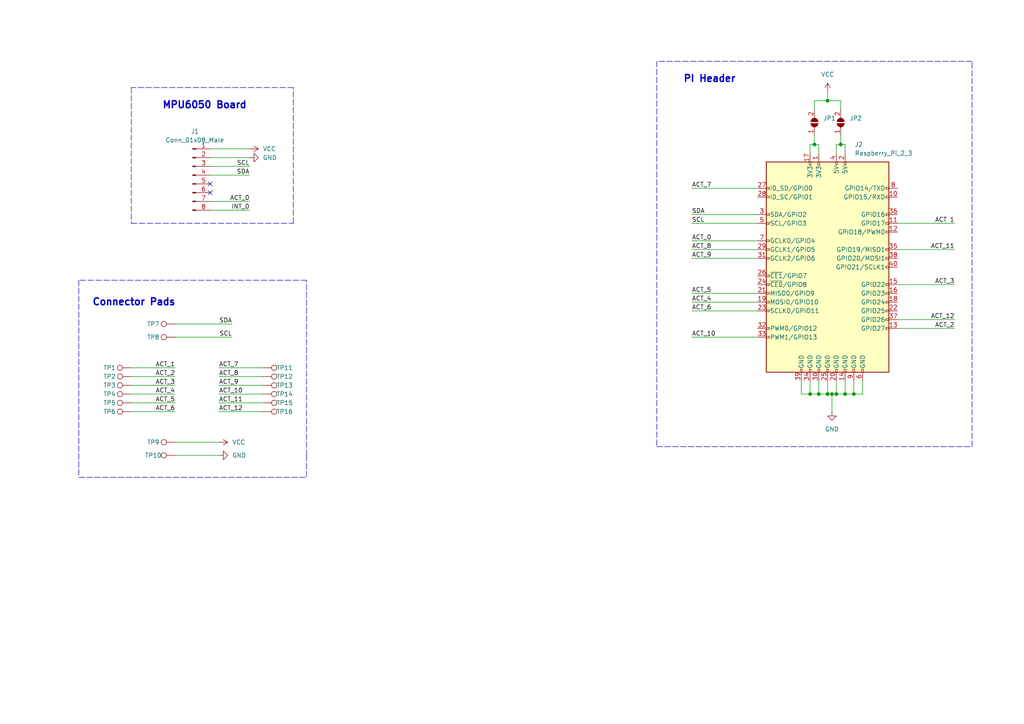
<source format=kicad_sch>
(kicad_sch (version 20211123) (generator eeschema)
  (paper "A4")
  (lib_symbols
    (symbol "Connector:Conn_01x08_Male" (pin_names (offset 1.016) hide)
      (property "Reference" "J" (at 0 10.16 0))
      (property "Value" "Conn_01x08_Male" (at 0 -12.7 0))
      (symbol "Conn_01x08_Male_1_1"
        (polyline (pts (xy 1.27 -10.16) (xy 0.8636 -10.16)) (stroke (width 0.1524)))
        (polyline (pts (xy 1.27 -7.62) (xy 0.8636 -7.62)) (stroke (width 0.1524)))
        (polyline (pts (xy 1.27 -5.08) (xy 0.8636 -5.08)) (stroke (width 0.1524)))
        (polyline (pts (xy 1.27 -2.54) (xy 0.8636 -2.54)) (stroke (width 0.1524)))
        (polyline (pts (xy 1.27 0) (xy 0.8636 0)) (stroke (width 0.1524)))
        (polyline (pts (xy 1.27 2.54) (xy 0.8636 2.54)) (stroke (width 0.1524)))
        (polyline (pts (xy 1.27 5.08) (xy 0.8636 5.08)) (stroke (width 0.1524)))
        (polyline (pts (xy 1.27 7.62) (xy 0.8636 7.62)) (stroke (width 0.1524)))
        (rectangle (start 0.8636 -10.033) (end 0 -10.287) (stroke (width 0.1524)) (fill (type outline)))
        (rectangle (start 0.8636 -7.493) (end 0 -7.747) (stroke (width 0.1524)) (fill (type outline)))
        (rectangle (start 0.8636 -4.953) (end 0 -5.207) (stroke (width 0.1524)) (fill (type outline)))
        (rectangle (start 0.8636 -2.413) (end 0 -2.667) (stroke (width 0.1524)) (fill (type outline)))
        (rectangle (start 0.8636 0.127) (end 0 -0.127) (stroke (width 0.1524)) (fill (type outline)))
        (rectangle (start 0.8636 2.667) (end 0 2.413) (stroke (width 0.1524)) (fill (type outline)))
        (rectangle (start 0.8636 5.207) (end 0 4.953) (stroke (width 0.1524)) (fill (type outline)))
        (rectangle (start 0.8636 7.747) (end 0 7.493) (stroke (width 0.1524)) (fill (type outline)))
        (pin passive line (at 5.08 7.62 180) (length 3.81) (name "Pin_1") (number "1"))
        (pin passive line (at 5.08 5.08 180) (length 3.81) (name "Pin_2") (number "2"))
        (pin passive line (at 5.08 2.54 180) (length 3.81) (name "Pin_3") (number "3"))
        (pin passive line (at 5.08 0 180) (length 3.81) (name "Pin_4") (number "4"))
        (pin passive line (at 5.08 -2.54 180) (length 3.81) (name "Pin_5") (number "5"))
        (pin passive line (at 5.08 -5.08 180) (length 3.81) (name "Pin_6") (number "6"))
        (pin passive line (at 5.08 -7.62 180) (length 3.81) (name "Pin_7") (number "7"))
        (pin passive line (at 5.08 -10.16 180) (length 3.81) (name "Pin_8") (number "8"))
      )
    )
    (symbol "Connector:Raspberry_Pi_2_3" (pin_names (offset 1.016))
      (property "Reference" "J" (at -17.78 31.75 0))
      (property "Value" "Raspberry_Pi_2_3" (at 10.16 -31.75 0))
      (symbol "Raspberry_Pi_2_3_0_1"
        (rectangle (start -17.78 30.48) (end 17.78 -30.48) (stroke (width 0.254)) (fill (type background)))
      )
      (symbol "Raspberry_Pi_2_3_1_1"
        (rectangle (start -16.891 -17.526) (end -17.78 -18.034))
        (rectangle (start -16.891 -14.986) (end -17.78 -15.494))
        (rectangle (start -16.891 -12.446) (end -17.78 -12.954))
        (rectangle (start -16.891 -9.906) (end -17.78 -10.414))
        (rectangle (start -16.891 -7.366) (end -17.78 -7.874))
        (rectangle (start -16.891 -4.826) (end -17.78 -5.334))
        (rectangle (start -16.891 0.254) (end -17.78 -0.254))
        (rectangle (start -16.891 2.794) (end -17.78 2.286))
        (rectangle (start -16.891 5.334) (end -17.78 4.826))
        (rectangle (start -16.891 10.414) (end -17.78 9.906))
        (rectangle (start -16.891 12.954) (end -17.78 12.446))
        (rectangle (start -16.891 15.494) (end -17.78 14.986))
        (rectangle (start -16.891 20.574) (end -17.78 20.066))
        (rectangle (start -16.891 23.114) (end -17.78 22.606))
        (rectangle (start -10.414 -29.591) (end -9.906 -30.48))
        (rectangle (start -7.874 -29.591) (end -7.366 -30.48))
        (rectangle (start -5.334 -29.591) (end -4.826 -30.48))
        (rectangle (start -5.334 30.48) (end -4.826 29.591))
        (rectangle (start -2.794 -29.591) (end -2.286 -30.48))
        (rectangle (start -2.794 30.48) (end -2.286 29.591))
        (rectangle (start -0.254 -29.591) (end 0.254 -30.48))
        (rectangle (start 2.286 -29.591) (end 2.794 -30.48))
        (rectangle (start 2.286 30.48) (end 2.794 29.591))
        (rectangle (start 4.826 -29.591) (end 5.334 -30.48))
        (rectangle (start 4.826 30.48) (end 5.334 29.591))
        (rectangle (start 7.366 -29.591) (end 7.874 -30.48))
        (rectangle (start 17.78 -20.066) (end 16.891 -20.574))
        (rectangle (start 17.78 -17.526) (end 16.891 -18.034))
        (rectangle (start 17.78 -12.446) (end 16.891 -12.954))
        (rectangle (start 17.78 -9.906) (end 16.891 -10.414))
        (rectangle (start 17.78 -7.366) (end 16.891 -7.874))
        (rectangle (start 17.78 -4.826) (end 16.891 -5.334))
        (rectangle (start 17.78 -2.286) (end 16.891 -2.794))
        (rectangle (start 17.78 2.794) (end 16.891 2.286))
        (rectangle (start 17.78 5.334) (end 16.891 4.826))
        (rectangle (start 17.78 7.874) (end 16.891 7.366))
        (rectangle (start 17.78 12.954) (end 16.891 12.446))
        (rectangle (start 17.78 15.494) (end 16.891 14.986))
        (rectangle (start 17.78 20.574) (end 16.891 20.066))
        (rectangle (start 17.78 23.114) (end 16.891 22.606))
        (pin power_in line (at 2.54 33.02 270) (length 2.54) (name "3V3") (number "1"))
        (pin bidirectional line (at -20.32 20.32 0) (length 2.54) (name "GPIO15/RXD") (number "10"))
        (pin bidirectional line (at -20.32 12.7 0) (length 2.54) (name "GPIO17") (number "11"))
        (pin bidirectional line (at -20.32 10.16 0) (length 2.54) (name "GPIO18/PWM0") (number "12"))
        (pin bidirectional line (at -20.32 -17.78 0) (length 2.54) (name "GPIO27") (number "13"))
        (pin power_in line (at -5.08 -33.02 90) (length 2.54) (name "GND") (number "14"))
        (pin bidirectional line (at -20.32 -5.08 0) (length 2.54) (name "GPIO22") (number "15"))
        (pin bidirectional line (at -20.32 -7.62 0) (length 2.54) (name "GPIO23") (number "16"))
        (pin power_in line (at 5.08 33.02 270) (length 2.54) (name "3V3") (number "17"))
        (pin bidirectional line (at -20.32 -10.16 0) (length 2.54) (name "GPIO24") (number "18"))
        (pin bidirectional line (at 20.32 -10.16 180) (length 2.54) (name "MOSI0/GPIO10") (number "19"))
        (pin power_in line (at -5.08 33.02 270) (length 2.54) (name "5V") (number "2"))
        (pin power_in line (at -2.54 -33.02 90) (length 2.54) (name "GND") (number "20"))
        (pin bidirectional line (at 20.32 -7.62 180) (length 2.54) (name "MISO0/GPIO9") (number "21"))
        (pin bidirectional line (at -20.32 -12.7 0) (length 2.54) (name "GPIO25") (number "22"))
        (pin bidirectional line (at 20.32 -12.7 180) (length 2.54) (name "SCLK0/GPIO11") (number "23"))
        (pin bidirectional line (at 20.32 -5.08 180) (length 2.54) (name "~{CE0}/GPIO8") (number "24"))
        (pin power_in line (at 0 -33.02 90) (length 2.54) (name "GND") (number "25"))
        (pin bidirectional line (at 20.32 -2.54 180) (length 2.54) (name "~{CE1}/GPIO7") (number "26"))
        (pin bidirectional line (at 20.32 22.86 180) (length 2.54) (name "ID_SD/GPIO0") (number "27"))
        (pin bidirectional line (at 20.32 20.32 180) (length 2.54) (name "ID_SC/GPIO1") (number "28"))
        (pin bidirectional line (at 20.32 5.08 180) (length 2.54) (name "GCLK1/GPIO5") (number "29"))
        (pin bidirectional line (at 20.32 15.24 180) (length 2.54) (name "SDA/GPIO2") (number "3"))
        (pin power_in line (at 2.54 -33.02 90) (length 2.54) (name "GND") (number "30"))
        (pin bidirectional line (at 20.32 2.54 180) (length 2.54) (name "GCLK2/GPIO6") (number "31"))
        (pin bidirectional line (at 20.32 -17.78 180) (length 2.54) (name "PWM0/GPIO12") (number "32"))
        (pin bidirectional line (at 20.32 -20.32 180) (length 2.54) (name "PWM1/GPIO13") (number "33"))
        (pin power_in line (at 5.08 -33.02 90) (length 2.54) (name "GND") (number "34"))
        (pin bidirectional line (at -20.32 5.08 0) (length 2.54) (name "GPIO19/MISO1") (number "35"))
        (pin bidirectional line (at -20.32 15.24 0) (length 2.54) (name "GPIO16") (number "36"))
        (pin bidirectional line (at -20.32 -15.24 0) (length 2.54) (name "GPIO26") (number "37"))
        (pin bidirectional line (at -20.32 2.54 0) (length 2.54) (name "GPIO20/MOSI1") (number "38"))
        (pin power_in line (at 7.62 -33.02 90) (length 2.54) (name "GND") (number "39"))
        (pin power_in line (at -2.54 33.02 270) (length 2.54) (name "5V") (number "4"))
        (pin bidirectional line (at -20.32 0 0) (length 2.54) (name "GPIO21/SCLK1") (number "40"))
        (pin bidirectional line (at 20.32 12.7 180) (length 2.54) (name "SCL/GPIO3") (number "5"))
        (pin power_in line (at -10.16 -33.02 90) (length 2.54) (name "GND") (number "6"))
        (pin bidirectional line (at 20.32 7.62 180) (length 2.54) (name "GCLK0/GPIO4") (number "7"))
        (pin bidirectional line (at -20.32 22.86 0) (length 2.54) (name "GPIO14/TXD") (number "8"))
        (pin power_in line (at -7.62 -33.02 90) (length 2.54) (name "GND") (number "9"))
      )
    )
    (symbol "Connector:TestPoint" (pin_numbers hide) (pin_names (offset 0.762) hide)
      (property "Reference" "TP" (at 0 6.858 0))
      (property "Value" "TestPoint" (at 0 5.08 0))
      (symbol "TestPoint_0_1"
        (circle (center 0 3.302) (radius 0.762))
      )
      (symbol "TestPoint_1_1"
        (pin passive line (at 0 0 90) (length 2.54) (name "1") (number "1"))
      )
    )
    (symbol "Jumper:SolderJumper_2_Open" (pin_names (offset 0) hide)
      (property "Reference" "JP" (at 0 2.032 0))
      (property "Value" "SolderJumper_2_Open" (at 0 -2.54 0))
      (symbol "SolderJumper_2_Open_0_1"
        (arc (start -0.254 1.016) (mid -1.27 0) (end -0.254 -1.016))
        (arc (start -0.254 1.016) (mid -1.27 0) (end -0.254 -1.016) (fill (type outline)))
        (polyline (pts (xy -0.254 1.016) (xy -0.254 -1.016)))
        (polyline (pts (xy 0.254 1.016) (xy 0.254 -1.016)))
        (arc (start 0.254 -1.016) (mid 1.27 0) (end 0.254 1.016))
        (arc (start 0.254 -1.016) (mid 1.27 0) (end 0.254 1.016) (fill (type outline)))
      )
      (symbol "SolderJumper_2_Open_1_1"
        (pin passive line (at -3.81 0 0) (length 2.54) (name "A") (number "1"))
        (pin passive line (at 3.81 0 180) (length 2.54) (name "B") (number "2"))
      )
    )
    (symbol "power:GND" (power) (pin_names (offset 0))
      (property "Value" "GND" (at 0 -3.81 0))
      (symbol "GND_0_1"
        (polyline (pts (xy 0 0) (xy 0 -1.27) (xy 1.27 -1.27) (xy 0 -2.54) (xy -1.27 -1.27) (xy 0 -1.27)))
      )
      (symbol "GND_1_1"
        (pin power_in line (at 0 0 270) (length 0) hide (name "GND") (number "1"))
      )
    )
    (symbol "power:VCC" (power) (pin_names (offset 0))
      (property "Value" "VCC" (at 0 3.81 0))
      (symbol "VCC_0_1"
        (polyline (pts (xy -0.762 1.27) (xy 0 2.54)))
        (polyline (pts (xy 0 0) (xy 0 2.54)))
        (polyline (pts (xy 0 2.54) (xy 0.762 1.27)))
      )
      (symbol "VCC_1_1"
        (pin power_in line (at 0 0 90) (length 0) hide (name "VCC") (number "1"))
      )
    )
  )
  (junction (at 237.49 114.3))
  (junction (at 241.3 114.3))
  (junction (at 245.11 114.3))
  (junction (at 247.65 114.3))
  (junction (at 243.84 41.91))
  (junction (at 236.22 41.91))
  (junction (at 242.57 114.3))
  (junction (at 240.03 29.21))
  (junction (at 240.03 114.3))
  (junction (at 234.95 114.3))
  (no_connect (at 60.96 53.34))
  (no_connect (at 60.96 55.88))
  (wire (pts (xy 38.1 106.68) (xy 50.8 106.68)))
  (wire (pts (xy 63.5 109.22) (xy 76.2 109.22)))
  (wire (pts (xy 234.95 110.49) (xy 234.95 114.3)))
  (wire (pts (xy 236.22 41.91) (xy 234.95 41.91)))
  (polyline (pts (xy 85.09 64.77) (xy 85.09 25.4)))
  (wire (pts (xy 237.49 41.91) (xy 236.22 41.91)))
  (wire (pts (xy 243.84 31.75) (xy 243.84 29.21)))
  (polyline (pts (xy 22.86 81.28) (xy 22.86 138.43)))
  (wire (pts (xy 243.84 29.21) (xy 240.03 29.21)))
  (wire (pts (xy 60.96 50.8) (xy 72.39 50.8)))
  (wire (pts (xy 232.41 114.3) (xy 234.95 114.3)))
  (wire (pts (xy 237.49 44.45) (xy 237.49 41.91)))
  (wire (pts (xy 38.1 119.38) (xy 50.8 119.38)))
  (wire (pts (xy 60.96 45.72) (xy 72.39 45.72)))
  (wire (pts (xy 241.3 114.3) (xy 242.57 114.3)))
  (polyline (pts (xy 281.94 17.78) (xy 190.5 17.78)))
  (wire (pts (xy 234.95 41.91) (xy 234.95 44.45)))
  (wire (pts (xy 200.66 90.17) (xy 219.71 90.17)))
  (polyline (pts (xy 88.9 81.28) (xy 22.86 81.28)))
  (wire (pts (xy 63.5 106.68) (xy 76.2 106.68)))
  (wire (pts (xy 242.57 110.49) (xy 242.57 114.3)))
  (wire (pts (xy 260.35 95.25) (xy 276.86 95.25)))
  (polyline (pts (xy 88.9 132.08) (xy 88.9 138.43)))
  (wire (pts (xy 63.5 119.38) (xy 76.2 119.38)))
  (wire (pts (xy 60.96 60.96) (xy 72.39 60.96)))
  (wire (pts (xy 242.57 114.3) (xy 245.11 114.3)))
  (wire (pts (xy 200.66 74.93) (xy 219.71 74.93)))
  (wire (pts (xy 200.66 62.23) (xy 219.71 62.23)))
  (wire (pts (xy 250.19 110.49) (xy 250.19 114.3)))
  (wire (pts (xy 245.11 110.49) (xy 245.11 114.3)))
  (wire (pts (xy 50.8 128.27) (xy 63.5 128.27)))
  (wire (pts (xy 241.3 114.3) (xy 241.3 119.38)))
  (wire (pts (xy 200.66 69.85) (xy 219.71 69.85)))
  (polyline (pts (xy 85.09 25.4) (xy 38.1 25.4)))
  (wire (pts (xy 236.22 39.37) (xy 236.22 41.91)))
  (wire (pts (xy 63.5 111.76) (xy 76.2 111.76)))
  (wire (pts (xy 60.96 48.26) (xy 72.39 48.26)))
  (wire (pts (xy 245.11 41.91) (xy 243.84 41.91)))
  (polyline (pts (xy 190.5 129.54) (xy 281.94 129.54)))
  (wire (pts (xy 60.96 58.42) (xy 72.39 58.42)))
  (wire (pts (xy 38.1 111.76) (xy 50.8 111.76)))
  (wire (pts (xy 260.35 72.39) (xy 276.86 72.39)))
  (polyline (pts (xy 38.1 64.77) (xy 85.09 64.77)))
  (wire (pts (xy 63.5 116.84) (xy 76.2 116.84)))
  (wire (pts (xy 234.95 114.3) (xy 237.49 114.3)))
  (wire (pts (xy 237.49 114.3) (xy 240.03 114.3)))
  (wire (pts (xy 38.1 109.22) (xy 50.8 109.22)))
  (wire (pts (xy 200.66 72.39) (xy 219.71 72.39)))
  (wire (pts (xy 236.22 29.21) (xy 236.22 31.75)))
  (wire (pts (xy 60.96 43.18) (xy 72.39 43.18)))
  (wire (pts (xy 232.41 110.49) (xy 232.41 114.3)))
  (polyline (pts (xy 22.86 138.43) (xy 88.9 138.43)))
  (wire (pts (xy 50.8 97.79) (xy 67.31 97.79)))
  (wire (pts (xy 260.35 82.55) (xy 276.86 82.55)))
  (wire (pts (xy 50.8 132.08) (xy 63.5 132.08)))
  (wire (pts (xy 245.11 44.45) (xy 245.11 41.91)))
  (wire (pts (xy 200.66 64.77) (xy 219.71 64.77)))
  (wire (pts (xy 240.03 26.67) (xy 240.03 29.21)))
  (wire (pts (xy 260.35 92.71) (xy 276.86 92.71)))
  (wire (pts (xy 240.03 110.49) (xy 240.03 114.3)))
  (wire (pts (xy 200.66 97.79) (xy 219.71 97.79)))
  (wire (pts (xy 200.66 85.09) (xy 219.71 85.09)))
  (wire (pts (xy 63.5 114.3) (xy 76.2 114.3)))
  (wire (pts (xy 50.8 93.98) (xy 67.31 93.98)))
  (wire (pts (xy 247.65 114.3) (xy 250.19 114.3)))
  (wire (pts (xy 247.65 110.49) (xy 247.65 114.3)))
  (wire (pts (xy 245.11 114.3) (xy 247.65 114.3)))
  (wire (pts (xy 200.66 54.61) (xy 219.71 54.61)))
  (polyline (pts (xy 190.5 17.78) (xy 190.5 129.54)))
  (wire (pts (xy 243.84 41.91) (xy 242.57 41.91)))
  (polyline (pts (xy 88.9 132.08) (xy 88.9 81.28)))
  (wire (pts (xy 38.1 116.84) (xy 50.8 116.84)))
  (wire (pts (xy 240.03 114.3) (xy 241.3 114.3)))
  (wire (pts (xy 242.57 41.91) (xy 242.57 44.45)))
  (polyline (pts (xy 38.1 25.4) (xy 38.1 64.77)))
  (wire (pts (xy 243.84 39.37) (xy 243.84 41.91)))
  (wire (pts (xy 240.03 29.21) (xy 236.22 29.21)))
  (wire (pts (xy 200.66 87.63) (xy 219.71 87.63)))
  (wire (pts (xy 237.49 110.49) (xy 237.49 114.3)))
  (wire (pts (xy 260.35 64.77) (xy 276.86 64.77)))
  (wire (pts (xy 38.1 114.3) (xy 50.8 114.3)))
  (polyline (pts (xy 281.94 129.54) (xy 281.94 17.78)))
  (text "MPU6050 Board" (at 46.99 31.75 0) (effects (font (size 2 2) (thickness 0.4) bold) (justify left bottom)))
  (text "Connector Pads" (at 26.67 88.9 0) (effects (font (size 2 2) (thickness 0.4) bold) (justify left bottom)))
  (text "PI Header" (at 198.12 24.13 0) (effects (font (size 2 2) (thickness 0.4) bold) (justify left bottom)))
  (label "ACT_12" (at 63.5 119.38 0))
  (label "ACT_7" (at 200.66 54.61 0))
  (label "ACT_6" (at 200.66 90.17 0))
  (label "SDA" (at 200.66 62.23 0))
  (label "ACT_9" (at 63.5 111.76 0))
  (label "ACT_6" (at 50.8 119.38 180))
  (label "ACT_2" (at 276.86 95.25 180))
  (label "ACT_5" (at 50.8 116.84 180))
  (label "ACT_8" (at 200.66 72.39 0))
  (label "ACT_4" (at 200.66 87.63 0))
  (label "ACT_3" (at 276.86 82.55 180))
  (label "ACT_1" (at 50.8 106.68 180))
  (label "ACT_7" (at 63.5 106.68 0))
  (label "ACT_9" (at 200.66 74.93 0))
  (label "ACT_8" (at 63.5 109.22 0))
  (label "SCL" (at 200.66 64.77 0))
  (label "ACT_5" (at 200.66 85.09 0))
  (label "ACT_3" (at 50.8 111.76 180))
  (label "ACT_11" (at 63.5 116.84 0))
  (label "ACT_10" (at 200.66 97.79 0))
  (label "ACT_10" (at 63.5 114.3 0))
  (label "ACT 1" (at 276.86 64.77 180))
  (label "SCL" (at 67.31 97.79 180))
  (label "ACT_11" (at 276.86 72.39 180))
  (label "ACT_12" (at 276.86 92.71 180))
  (label "SDA" (at 67.31 93.98 180))
  (label "ACT_0" (at 200.66 69.85 0))
  (label "ACT_0" (at 72.39 58.42 180))
  (label "SCL" (at 72.39 48.26 180))
  (label "ACT_4" (at 50.8 114.3 180))
  (label "INT_0" (at 72.39 60.96 180))
  (label "ACT_2" (at 50.8 109.22 180))
  (label "SDA" (at 72.39 50.8 180))
  (symbol (lib_id "Jumper:SolderJumper_2_Open") (at 243.84 35.56 90) (unit 1)
    (property "Reference" "JP2" (at 246.38 34.2899 90) (effects (justify right)))
    (property "Value" "SolderJumper_2_Open" (effects hide))
    (property "Footprint" "Jumper:SolderJumper-2_P1.3mm_Open_TrianglePad1.0x1.5mm" (effects hide))
  )
  (symbol (lib_id "Connector:TestPoint") (at 38.1 119.38 90) (unit 1)
    (property "Reference" "TP6" (at 31.75 119.38 90))
    (property "Value" "TestPoint" (effects hide))
    (property "Footprint" "Connector_Wire:SolderWirePad_1x01_SMD_1x2mm" (effects hide))
  )
  (symbol (lib_id "power:GND") (at 63.5 132.08 90) (unit 1)
    (property "Reference" "#PWR02" (effects hide))
    (property "Value" "GND" (at 67.31 132.0799 90) (effects (justify right)))
  )
  (symbol (lib_id "Connector:TestPoint") (at 76.2 111.76 270) (mirror x) (unit 1)
    (property "Reference" "TP13" (at 82.55 111.76 90))
    (property "Value" "TestPoint" (effects hide))
    (property "Footprint" "Connector_Wire:SolderWirePad_1x01_SMD_1x2mm" (effects hide))
  )
  (symbol (lib_id "Connector:Conn_01x08_Male") (at 55.88 50.8 0) (unit 1)
    (property "Reference" "J1" (at 56.515 38.1 0))
    (property "Value" "Conn_01x08_Male" (at 56.515 40.64 0))
    (property "Footprint" "Connector_PinSocket_2.54mm:PinSocket_1x08_P2.54mm_Vertical" (effects hide))
  )
  (symbol (lib_id "Connector:TestPoint") (at 38.1 111.76 90) (unit 1)
    (property "Reference" "TP3" (at 31.75 111.76 90))
    (property "Value" "TestPoint" (effects hide))
    (property "Footprint" "Connector_Wire:SolderWirePad_1x01_SMD_1x2mm" (effects hide))
  )
  (symbol (lib_id "Jumper:SolderJumper_2_Open") (at 236.22 35.56 90) (unit 1)
    (property "Reference" "JP1" (at 238.76 34.2899 90) (effects (justify right)))
    (property "Value" "SolderJumper_2_Open" (effects hide))
    (property "Footprint" "Jumper:SolderJumper-2_P1.3mm_Open_TrianglePad1.0x1.5mm" (effects hide))
  )
  (symbol (lib_id "Connector:TestPoint") (at 38.1 114.3 90) (unit 1)
    (property "Reference" "TP4" (at 31.75 114.3 90))
    (property "Value" "TestPoint" (effects hide))
    (property "Footprint" "Connector_Wire:SolderWirePad_1x01_SMD_1x2mm" (effects hide))
  )
  (symbol (lib_id "Connector:TestPoint") (at 38.1 116.84 90) (unit 1)
    (property "Reference" "TP5" (at 31.75 116.84 90))
    (property "Value" "TestPoint" (effects hide))
    (property "Footprint" "Connector_Wire:SolderWirePad_1x01_SMD_1x2mm" (effects hide))
  )
  (symbol (lib_id "Connector:TestPoint") (at 76.2 106.68 270) (mirror x) (unit 1)
    (property "Reference" "TP11" (at 82.55 106.68 90))
    (property "Value" "TestPoint" (effects hide))
    (property "Footprint" "Connector_Wire:SolderWirePad_1x01_SMD_1x2mm" (effects hide))
  )
  (symbol (lib_id "Connector:TestPoint") (at 50.8 97.79 90) (unit 1)
    (property "Reference" "TP8" (at 44.45 97.79 90))
    (property "Value" "TestPoint" (effects hide))
    (property "Footprint" "Connector_Wire:SolderWirePad_1x01_SMD_1x2mm" (effects hide))
  )
  (symbol (lib_id "power:GND") (at 72.39 45.72 90) (unit 1)
    (property "Reference" "#PWR04" (effects hide))
    (property "Value" "GND" (at 76.2 45.7199 90) (effects (justify right)))
  )
  (symbol (lib_id "Connector:TestPoint") (at 50.8 132.08 90) (unit 1)
    (property "Reference" "TP10" (at 44.45 132.08 90))
    (property "Value" "TestPoint" (effects hide))
    (property "Footprint" "Connector_Wire:SolderWirePad_1x01_SMD_1x2mm" (effects hide))
  )
  (symbol (lib_id "Connector:TestPoint") (at 76.2 119.38 270) (mirror x) (unit 1)
    (property "Reference" "TP16" (at 82.55 119.38 90))
    (property "Value" "TestPoint" (effects hide))
    (property "Footprint" "Connector_Wire:SolderWirePad_1x01_SMD_1x2mm" (effects hide))
  )
  (symbol (lib_id "Connector:TestPoint") (at 50.8 93.98 90) (unit 1)
    (property "Reference" "TP7" (at 44.45 93.98 90))
    (property "Value" "TestPoint" (effects hide))
    (property "Footprint" "Connector_Wire:SolderWirePad_1x01_SMD_1x2mm" (effects hide))
  )
  (symbol (lib_id "Connector:TestPoint") (at 76.2 109.22 270) (mirror x) (unit 1)
    (property "Reference" "TP12" (at 82.55 109.22 90))
    (property "Value" "TestPoint" (effects hide))
    (property "Footprint" "Connector_Wire:SolderWirePad_1x01_SMD_1x2mm" (effects hide))
  )
  (symbol (lib_id "Connector:TestPoint") (at 38.1 109.22 90) (unit 1)
    (property "Reference" "TP2" (at 31.75 109.22 90))
    (property "Value" "TestPoint" (effects hide))
    (property "Footprint" "Connector_Wire:SolderWirePad_1x01_SMD_1x2mm" (effects hide))
  )
  (symbol (lib_id "Connector:TestPoint") (at 76.2 114.3 270) (mirror x) (unit 1)
    (property "Reference" "TP14" (at 82.55 114.3 90))
    (property "Value" "TestPoint" (effects hide))
    (property "Footprint" "Connector_Wire:SolderWirePad_1x01_SMD_1x2mm" (effects hide))
  )
  (symbol (lib_id "Connector:TestPoint") (at 76.2 116.84 270) (mirror x) (unit 1)
    (property "Reference" "TP15" (at 82.55 116.84 90))
    (property "Value" "TestPoint" (effects hide))
    (property "Footprint" "Connector_Wire:SolderWirePad_1x01_SMD_1x2mm" (effects hide))
  )
  (symbol (lib_id "power:VCC") (at 240.03 26.67 0) (unit 1)
    (property "Reference" "#PWR05" (effects hide))
    (property "Value" "VCC" (at 240.03 21.59 0))
  )
  (symbol (lib_id "Connector:TestPoint") (at 50.8 128.27 90) (unit 1)
    (property "Reference" "TP9" (at 44.45 128.27 90))
    (property "Value" "TestPoint" (effects hide))
    (property "Footprint" "Connector_Wire:SolderWirePad_1x01_SMD_1x2mm" (effects hide))
  )
  (symbol (lib_id "power:VCC") (at 63.5 128.27 270) (unit 1)
    (property "Reference" "#PWR01" (effects hide))
    (property "Value" "VCC" (at 67.31 128.2699 90) (effects (justify left)))
  )
  (symbol (lib_id "power:VCC") (at 72.39 43.18 270) (unit 1)
    (property "Reference" "#PWR03" (effects hide))
    (property "Value" "VCC" (at 76.2 43.1799 90) (effects (justify left)))
  )
  (symbol (lib_id "Connector:Raspberry_Pi_2_3") (at 240.03 77.47 0) (mirror y) (unit 1)
    (property "Reference" "J2" (at 247.8787 41.91 0) (effects (justify right)))
    (property "Value" "Raspberry_Pi_2_3" (at 247.8787 44.45 0) (effects (justify right)))
    (property "Footprint" "Module:Raspberry_Pi_Zero_Socketed_THT_FaceDown_MountingHoles" (effects hide))
    (property "Datasheet" "https://www.raspberrypi.org/documentation/hardware/raspberrypi/schematics/rpi_SCH_3bplus_1p0_reduced.pdf" (effects hide))
  )
  (symbol (lib_id "Connector:TestPoint") (at 38.1 106.68 90) (unit 1)
    (property "Reference" "TP1" (at 31.75 106.68 90))
    (property "Value" "TestPoint" (effects hide))
    (property "Footprint" "Connector_Wire:SolderWirePad_1x01_SMD_1x2mm" (effects hide))
  )
  (symbol (lib_id "power:GND") (at 241.3 119.38 0) (unit 1)
    (property "Reference" "#PWR06" (effects hide))
    (property "Value" "GND" (at 241.3 124.46 0))
  )
)
</source>
